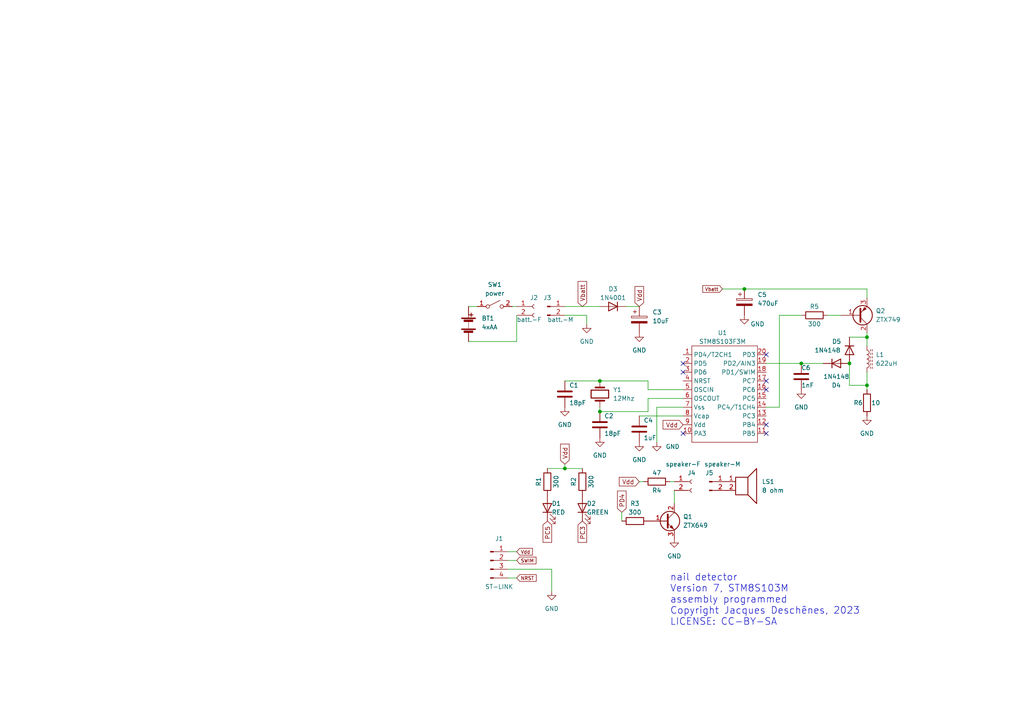
<source format=kicad_sch>
(kicad_sch (version 20211123) (generator eeschema)
  (paper "A4")
  (lib_symbols
    (symbol "Connector:Conn_01x02_Female" (pin_names (offset 1.016) hide)
      (property "Reference" "J" (at 0 2.54 0))
      (property "Value" "Conn_01x02_Female" (at 0 -5.08 0))
      (symbol "Conn_01x02_Female_1_1"
        (arc (start 0 -2.032) (mid -0.508 -2.54) (end 0 -3.048) (stroke (width 0.1524)))
        (polyline (pts (xy -1.27 -2.54) (xy -0.508 -2.54)) (stroke (width 0.1524)))
        (polyline (pts (xy -1.27 0) (xy -0.508 0)) (stroke (width 0.1524)))
        (arc (start 0 0.508) (mid -0.508 0) (end 0 -0.508) (stroke (width 0.1524)))
        (pin passive line (at -5.08 0 0) (length 3.81) (name "Pin_1") (number "1"))
        (pin passive line (at -5.08 -2.54 0) (length 3.81) (name "Pin_2") (number "2"))
      )
    )
    (symbol "Connector:Conn_01x02_Male" (pin_names (offset 1.016) hide)
      (property "Reference" "J" (at 0 2.54 0))
      (property "Value" "Conn_01x02_Male" (at 0 -5.08 0))
      (symbol "Conn_01x02_Male_1_1"
        (polyline (pts (xy 1.27 -2.54) (xy 0.8636 -2.54)) (stroke (width 0.1524)))
        (polyline (pts (xy 1.27 0) (xy 0.8636 0)) (stroke (width 0.1524)))
        (rectangle (start 0.8636 -2.413) (end 0 -2.667) (stroke (width 0.1524)) (fill (type outline)))
        (rectangle (start 0.8636 0.127) (end 0 -0.127) (stroke (width 0.1524)) (fill (type outline)))
        (pin passive line (at 5.08 0 180) (length 3.81) (name "Pin_1") (number "1"))
        (pin passive line (at 5.08 -2.54 180) (length 3.81) (name "Pin_2") (number "2"))
      )
    )
    (symbol "Connector:Conn_01x04_Male" (pin_names (offset 1.016) hide)
      (property "Reference" "J" (at 0 5.08 0))
      (property "Value" "Conn_01x04_Male" (at 0 -7.62 0))
      (symbol "Conn_01x04_Male_1_1"
        (polyline (pts (xy 1.27 -5.08) (xy 0.8636 -5.08)) (stroke (width 0.1524)))
        (polyline (pts (xy 1.27 -2.54) (xy 0.8636 -2.54)) (stroke (width 0.1524)))
        (polyline (pts (xy 1.27 0) (xy 0.8636 0)) (stroke (width 0.1524)))
        (polyline (pts (xy 1.27 2.54) (xy 0.8636 2.54)) (stroke (width 0.1524)))
        (rectangle (start 0.8636 -4.953) (end 0 -5.207) (stroke (width 0.1524)) (fill (type outline)))
        (rectangle (start 0.8636 -2.413) (end 0 -2.667) (stroke (width 0.1524)) (fill (type outline)))
        (rectangle (start 0.8636 0.127) (end 0 -0.127) (stroke (width 0.1524)) (fill (type outline)))
        (rectangle (start 0.8636 2.667) (end 0 2.413) (stroke (width 0.1524)) (fill (type outline)))
        (pin passive line (at 5.08 2.54 180) (length 3.81) (name "Pin_1") (number "1"))
        (pin passive line (at 5.08 0 180) (length 3.81) (name "Pin_2") (number "2"))
        (pin passive line (at 5.08 -2.54 180) (length 3.81) (name "Pin_3") (number "3"))
        (pin passive line (at 5.08 -5.08 180) (length 3.81) (name "Pin_4") (number "4"))
      )
    )
    (symbol "Device:Battery" (pin_numbers hide) (pin_names (offset 0) hide)
      (property "Reference" "BT" (at 2.54 2.54 0))
      (property "Value" "Battery" (at 2.54 0 0))
      (symbol "Battery_0_1"
        (rectangle (start -2.032 -1.397) (end 2.032 -1.651) (fill (type outline)))
        (rectangle (start -2.032 1.778) (end 2.032 1.524) (fill (type outline)))
        (rectangle (start -1.3208 -1.9812) (end 1.27 -2.4892) (fill (type outline)))
        (rectangle (start -1.3208 1.1938) (end 1.27 0.6858) (fill (type outline)))
        (polyline (pts (xy 0 -1.524) (xy 0 -1.27)))
        (polyline (pts (xy 0 -1.016) (xy 0 -0.762)))
        (polyline (pts (xy 0 -0.508) (xy 0 -0.254)))
        (polyline (pts (xy 0 0) (xy 0 0.254)))
        (polyline (pts (xy 0 0.508) (xy 0 0.762)))
        (polyline (pts (xy 0 1.778) (xy 0 2.54)))
        (polyline (pts (xy 0.254 2.667) (xy 1.27 2.667)) (stroke (width 0.254)))
        (polyline (pts (xy 0.762 3.175) (xy 0.762 2.159)) (stroke (width 0.254)))
      )
      (symbol "Battery_1_1"
        (pin passive line (at 0 5.08 270) (length 2.54) (name "+") (number "1"))
        (pin passive line (at 0 -5.08 90) (length 2.54) (name "-") (number "2"))
      )
    )
    (symbol "Device:C" (pin_numbers hide) (pin_names (offset 0.254))
      (property "Reference" "C" (at 0.635 2.54 0))
      (property "Value" "C" (at 0.635 -2.54 0))
      (symbol "C_0_1"
        (polyline (pts (xy -2.032 -0.762) (xy 2.032 -0.762)) (stroke (width 0.508)))
        (polyline (pts (xy -2.032 0.762) (xy 2.032 0.762)) (stroke (width 0.508)))
      )
      (symbol "C_1_1"
        (pin passive line (at 0 3.81 270) (length 2.794) (name "~") (number "1"))
        (pin passive line (at 0 -3.81 90) (length 2.794) (name "~") (number "2"))
      )
    )
    (symbol "Device:C_Polarized" (pin_numbers hide) (pin_names (offset 0.254))
      (property "Reference" "C" (at 0.635 2.54 0))
      (property "Value" "C_Polarized" (at 0.635 -2.54 0))
      (symbol "C_Polarized_0_1"
        (rectangle (start -2.286 0.508) (end 2.286 1.016))
        (polyline (pts (xy -1.778 2.286) (xy -0.762 2.286)))
        (polyline (pts (xy -1.27 2.794) (xy -1.27 1.778)))
        (rectangle (start 2.286 -0.508) (end -2.286 -1.016) (fill (type outline)))
      )
      (symbol "C_Polarized_1_1"
        (pin passive line (at 0 3.81 270) (length 2.794) (name "~") (number "1"))
        (pin passive line (at 0 -3.81 90) (length 2.794) (name "~") (number "2"))
      )
    )
    (symbol "Device:Crystal" (pin_numbers hide) (pin_names (offset 1.016) hide)
      (property "Reference" "Y" (at 0 3.81 0))
      (property "Value" "Crystal" (at 0 -3.81 0))
      (symbol "Crystal_0_1"
        (rectangle (start -1.143 2.54) (end 1.143 -2.54) (stroke (width 0.3048)))
        (polyline (pts (xy -2.54 0) (xy -1.905 0)))
        (polyline (pts (xy -1.905 -1.27) (xy -1.905 1.27)) (stroke (width 0.508)))
        (polyline (pts (xy 1.905 -1.27) (xy 1.905 1.27)) (stroke (width 0.508)))
        (polyline (pts (xy 2.54 0) (xy 1.905 0)))
      )
      (symbol "Crystal_1_1"
        (pin passive line (at -3.81 0 0) (length 1.27) (name "1") (number "1"))
        (pin passive line (at 3.81 0 180) (length 1.27) (name "2") (number "2"))
      )
    )
    (symbol "Device:LED" (pin_numbers hide) (pin_names (offset 1.016) hide)
      (property "Reference" "D" (at 0 2.54 0))
      (property "Value" "LED" (at 0 -2.54 0))
      (symbol "LED_0_1"
        (polyline (pts (xy -1.27 -1.27) (xy -1.27 1.27)) (stroke (width 0.254)))
        (polyline (pts (xy -1.27 0) (xy 1.27 0)))
        (polyline (pts (xy 1.27 -1.27) (xy 1.27 1.27) (xy -1.27 0) (xy 1.27 -1.27)) (stroke (width 0.254)))
        (polyline (pts (xy -3.048 -0.762) (xy -4.572 -2.286) (xy -3.81 -2.286) (xy -4.572 -2.286) (xy -4.572 -1.524)))
        (polyline (pts (xy -1.778 -0.762) (xy -3.302 -2.286) (xy -2.54 -2.286) (xy -3.302 -2.286) (xy -3.302 -1.524)))
      )
      (symbol "LED_1_1"
        (pin passive line (at -3.81 0 0) (length 2.54) (name "K") (number "1"))
        (pin passive line (at 3.81 0 180) (length 2.54) (name "A") (number "2"))
      )
    )
    (symbol "Device:L_Ferrite" (pin_numbers hide) (pin_names (offset 1.016) hide)
      (property "Reference" "L" (at -1.27 0 90))
      (property "Value" "L_Ferrite" (at 2.794 0 90))
      (symbol "L_Ferrite_0_1"
        (arc (start 0 -2.54) (mid 0.635 -1.905) (end 0 -1.27))
        (arc (start 0 -1.27) (mid 0.635 -0.635) (end 0 0))
        (polyline (pts (xy 1.016 -2.794) (xy 1.016 -2.286)))
        (polyline (pts (xy 1.016 -1.778) (xy 1.016 -1.27)))
        (polyline (pts (xy 1.016 -0.762) (xy 1.016 -0.254)))
        (polyline (pts (xy 1.016 0.254) (xy 1.016 0.762)))
        (polyline (pts (xy 1.016 1.27) (xy 1.016 1.778)))
        (polyline (pts (xy 1.016 2.286) (xy 1.016 2.794)))
        (polyline (pts (xy 1.524 -2.286) (xy 1.524 -2.794)))
        (polyline (pts (xy 1.524 -1.27) (xy 1.524 -1.778)))
        (polyline (pts (xy 1.524 -0.254) (xy 1.524 -0.762)))
        (polyline (pts (xy 1.524 0.762) (xy 1.524 0.254)))
        (polyline (pts (xy 1.524 1.778) (xy 1.524 1.27)))
        (polyline (pts (xy 1.524 2.794) (xy 1.524 2.286)))
        (arc (start 0 0) (mid 0.635 0.635) (end 0 1.27))
        (arc (start 0 1.27) (mid 0.635 1.905) (end 0 2.54))
      )
      (symbol "L_Ferrite_1_1"
        (pin passive line (at 0 3.81 270) (length 1.27) (name "1") (number "1"))
        (pin passive line (at 0 -3.81 90) (length 1.27) (name "2") (number "2"))
      )
    )
    (symbol "Device:Q_NPN_BCE" (pin_names (offset 0) hide)
      (property "Reference" "Q" (at 5.08 1.27 0))
      (property "Value" "Q_NPN_BCE" (at 5.08 -1.27 0))
      (symbol "Q_NPN_BCE_0_1"
        (polyline (pts (xy 0.635 0.635) (xy 2.54 2.54)))
        (polyline (pts (xy 0.635 -0.635) (xy 2.54 -2.54) (xy 2.54 -2.54)))
        (polyline (pts (xy 0.635 1.905) (xy 0.635 -1.905) (xy 0.635 -1.905)) (stroke (width 0.508)))
        (polyline (pts (xy 1.27 -1.778) (xy 1.778 -1.27) (xy 2.286 -2.286) (xy 1.27 -1.778) (xy 1.27 -1.778)) (fill (type outline)))
        (circle (center 1.27 0) (radius 2.8194) (stroke (width 0.254)))
      )
      (symbol "Q_NPN_BCE_1_1"
        (pin input line (at -5.08 0 0) (length 5.715) (name "B") (number "1"))
        (pin passive line (at 2.54 5.08 270) (length 2.54) (name "C") (number "2"))
        (pin passive line (at 2.54 -5.08 90) (length 2.54) (name "E") (number "3"))
      )
    )
    (symbol "Device:Q_PNP_BCE" (pin_names (offset 0) hide)
      (property "Reference" "Q" (at 5.08 1.27 0))
      (property "Value" "Q_PNP_BCE" (at 5.08 -1.27 0))
      (symbol "Q_PNP_BCE_0_1"
        (polyline (pts (xy 0.635 0.635) (xy 2.54 2.54)))
        (polyline (pts (xy 0.635 -0.635) (xy 2.54 -2.54) (xy 2.54 -2.54)))
        (polyline (pts (xy 0.635 1.905) (xy 0.635 -1.905) (xy 0.635 -1.905)) (stroke (width 0.508)))
        (polyline (pts (xy 2.286 -1.778) (xy 1.778 -2.286) (xy 1.27 -1.27) (xy 2.286 -1.778) (xy 2.286 -1.778)) (fill (type outline)))
        (circle (center 1.27 0) (radius 2.8194) (stroke (width 0.254)))
      )
      (symbol "Q_PNP_BCE_1_1"
        (pin input line (at -5.08 0 0) (length 5.715) (name "B") (number "1"))
        (pin passive line (at 2.54 5.08 270) (length 2.54) (name "C") (number "2"))
        (pin passive line (at 2.54 -5.08 90) (length 2.54) (name "E") (number "3"))
      )
    )
    (symbol "Device:R" (pin_numbers hide) (pin_names (offset 0))
      (property "Reference" "R" (at 2.032 0 90))
      (property "Value" "R" (at 0 0 90))
      (symbol "R_0_1"
        (rectangle (start -1.016 -2.54) (end 1.016 2.54) (stroke (width 0.254)))
      )
      (symbol "R_1_1"
        (pin passive line (at 0 3.81 270) (length 1.27) (name "~") (number "1"))
        (pin passive line (at 0 -3.81 90) (length 1.27) (name "~") (number "2"))
      )
    )
    (symbol "Device:Speaker" (pin_names (offset 0) hide)
      (property "Reference" "LS" (at 1.27 5.715 0))
      (property "Value" "Speaker" (at 1.27 3.81 0))
      (symbol "Speaker_0_0"
        (rectangle (start -2.54 1.27) (end 1.016 -3.81) (stroke (width 0.254)))
        (polyline (pts (xy 1.016 1.27) (xy 3.556 3.81) (xy 3.556 -6.35) (xy 1.016 -3.81)) (stroke (width 0.254)))
      )
      (symbol "Speaker_1_1"
        (pin input line (at -5.08 0 0) (length 2.54) (name "1") (number "1"))
        (pin input line (at -5.08 -2.54 0) (length 2.54) (name "2") (number "2"))
      )
    )
    (symbol "Diode:1N4001" (pin_numbers hide) (pin_names (offset 1.016) hide)
      (property "Reference" "D" (at 0 2.54 0))
      (property "Value" "1N4001" (at 0 -2.54 0))
      (symbol "1N4001_0_1"
        (polyline (pts (xy -1.27 1.27) (xy -1.27 -1.27)) (stroke (width 0.254)))
        (polyline (pts (xy 1.27 0) (xy -1.27 0)))
        (polyline (pts (xy 1.27 1.27) (xy 1.27 -1.27) (xy -1.27 0) (xy 1.27 1.27)) (stroke (width 0.254)))
      )
      (symbol "1N4001_1_1"
        (pin passive line (at -3.81 0 0) (length 2.54) (name "K") (number "1"))
        (pin passive line (at 3.81 0 180) (length 2.54) (name "A") (number "2"))
      )
    )
    (symbol "Diode:1N4148" (pin_numbers hide) (pin_names (offset 1.016) hide)
      (property "Reference" "D" (at 0 2.54 0))
      (property "Value" "1N4148" (at 0 -2.54 0))
      (symbol "1N4148_0_1"
        (polyline (pts (xy -1.27 1.27) (xy -1.27 -1.27)) (stroke (width 0.254)))
        (polyline (pts (xy 1.27 0) (xy -1.27 0)))
        (polyline (pts (xy 1.27 1.27) (xy 1.27 -1.27) (xy -1.27 0) (xy 1.27 1.27)) (stroke (width 0.254)))
      )
      (symbol "1N4148_1_1"
        (pin passive line (at -3.81 0 0) (length 2.54) (name "K") (number "1"))
        (pin passive line (at 3.81 0 180) (length 2.54) (name "A") (number "2"))
      )
    )
    (symbol "MCU_ST_STM8:STM8S103F3M"
      (property "Reference" "U2" (at -0.635 17.78 0))
      (property "Value" "STM8S103F3M" (at -0.635 15.24 0))
      (symbol "STM8S103F3M_0_1"
        (rectangle (start -10.16 12.7) (end 8.89 -15.24))
      )
      (symbol "STM8S103F3M_1_1"
        (pin bidirectional line (at -12.7 10.16 0) (length 2.54) (name "PD4/T2CH1") (number "1"))
        (pin bidirectional line (at -12.7 -12.7 0) (length 2.54) (name "PA3") (number "10"))
        (pin bidirectional line (at 11.43 -12.7 180) (length 2.54) (name "PB5") (number "11"))
        (pin bidirectional line (at 11.43 -10.16 180) (length 2.54) (name "PB4") (number "12"))
        (pin bidirectional line (at 11.43 -7.62 180) (length 2.54) (name "PC3") (number "13"))
        (pin bidirectional line (at 11.43 -5.08 180) (length 2.54) (name "PC4/T1CH4") (number "14"))
        (pin bidirectional line (at 11.43 -2.54 180) (length 2.54) (name "PC5") (number "15"))
        (pin bidirectional line (at 11.43 0 180) (length 2.54) (name "PC6") (number "16"))
        (pin bidirectional line (at 11.43 2.54 180) (length 2.54) (name "PC7") (number "17"))
        (pin bidirectional line (at 11.43 5.08 180) (length 2.54) (name "PD1/SWIM") (number "18"))
        (pin bidirectional line (at 11.43 7.62 180) (length 2.54) (name "PD2/AIN3") (number "19"))
        (pin bidirectional line (at -12.7 7.62 0) (length 2.54) (name "PD5") (number "2"))
        (pin bidirectional line (at 11.43 10.16 180) (length 2.54) (name "PD3") (number "20"))
        (pin bidirectional line (at -12.7 5.08 0) (length 2.54) (name "PD6") (number "3"))
        (pin bidirectional line (at -12.7 2.54 0) (length 2.54) (name "NRST") (number "4"))
        (pin bidirectional line (at -12.7 0 0) (length 2.54) (name "OSCIN") (number "5"))
        (pin bidirectional line (at -12.7 -2.54 0) (length 2.54) (name "OSCOUT") (number "6"))
        (pin power_in line (at -12.7 -5.08 0) (length 2.54) (name "Vss") (number "7"))
        (pin passive line (at -12.7 -7.62 0) (length 2.54) (name "Vcap") (number "8"))
        (pin power_in line (at -12.7 -10.16 0) (length 2.54) (name "Vdd") (number "9"))
      )
    )
    (symbol "Switch:SW_SPST" (pin_names (offset 0) hide)
      (property "Reference" "SW" (at 0 3.175 0))
      (property "Value" "SW_SPST" (at 0 -2.54 0))
      (symbol "SW_SPST_0_0"
        (circle (center -2.032 0) (radius 0.508))
        (polyline (pts (xy -1.524 0.254) (xy 1.524 1.778)))
        (circle (center 2.032 0) (radius 0.508))
      )
      (symbol "SW_SPST_1_1"
        (pin passive line (at -5.08 0 0) (length 2.54) (name "A") (number "1"))
        (pin passive line (at 5.08 0 180) (length 2.54) (name "B") (number "2"))
      )
    )
    (symbol "power:GND" (power) (pin_names (offset 0))
      (property "Value" "GND" (at 0 -3.81 0))
      (symbol "GND_0_1"
        (polyline (pts (xy 0 0) (xy 0 -1.27) (xy 1.27 -1.27) (xy 0 -2.54) (xy -1.27 -1.27) (xy 0 -1.27)))
      )
      (symbol "GND_1_1"
        (pin power_in line (at 0 0 270) (length 0) hide (name "GND") (number "1"))
      )
    )
  )
  (junction (at 251.46 111.76))
  (junction (at 251.46 97.79))
  (junction (at 246.38 105.41))
  (junction (at 215.9 83.82))
  (junction (at 173.99 110.49))
  (junction (at 173.99 119.38))
  (junction (at 232.41 105.41))
  (junction (at 163.83 135.89))
  (no_connect (at 198.12 125.73))
  (no_connect (at 222.25 123.19))
  (no_connect (at 198.12 107.95))
  (no_connect (at 222.25 113.03))
  (no_connect (at 222.25 125.73))
  (no_connect (at 222.25 110.49))
  (no_connect (at 198.12 105.41))
  (no_connect (at 222.25 102.87))
  (wire (pts (xy 185.42 120.65) (xy 198.12 120.65)))
  (wire (pts (xy 190.5 118.11) (xy 198.12 118.11)))
  (wire (pts (xy 147.32 160.02) (xy 149.86 160.02)))
  (wire (pts (xy 251.46 83.82) (xy 251.46 86.36)))
  (wire (pts (xy 163.83 91.44) (xy 170.18 91.44)))
  (wire (pts (xy 148.59 88.9) (xy 149.86 88.9)))
  (wire (pts (xy 190.5 118.11) (xy 190.5 128.27)))
  (wire (pts (xy 149.86 99.06) (xy 149.86 91.44)))
  (wire (pts (xy 251.46 97.79) (xy 251.46 100.33)))
  (wire (pts (xy 158.75 135.89) (xy 163.83 135.89)))
  (wire (pts (xy 163.83 88.9) (xy 173.99 88.9)))
  (wire (pts (xy 173.99 119.38) (xy 187.96 119.38)))
  (wire (pts (xy 251.46 107.95) (xy 251.46 111.76)))
  (wire (pts (xy 209.55 83.82) (xy 215.9 83.82)))
  (wire (pts (xy 187.96 115.57) (xy 198.12 115.57)))
  (wire (pts (xy 160.02 165.1) (xy 160.02 171.45)))
  (wire (pts (xy 187.96 119.38) (xy 187.96 115.57)))
  (wire (pts (xy 170.18 91.44) (xy 170.18 93.98)))
  (wire (pts (xy 222.25 105.41) (xy 232.41 105.41)))
  (wire (pts (xy 251.46 113.03) (xy 251.46 111.76)))
  (wire (pts (xy 194.31 139.7) (xy 195.58 139.7)))
  (wire (pts (xy 173.99 118.11) (xy 173.99 119.38)))
  (wire (pts (xy 240.03 91.44) (xy 243.84 91.44)))
  (wire (pts (xy 232.41 91.44) (xy 226.06 91.44)))
  (wire (pts (xy 251.46 96.52) (xy 251.46 97.79)))
  (wire (pts (xy 135.89 88.9) (xy 138.43 88.9)))
  (wire (pts (xy 173.99 110.49) (xy 187.96 110.49)))
  (wire (pts (xy 181.61 88.9) (xy 185.42 88.9)))
  (wire (pts (xy 226.06 91.44) (xy 226.06 118.11)))
  (wire (pts (xy 163.83 110.49) (xy 173.99 110.49)))
  (wire (pts (xy 251.46 111.76) (xy 246.38 111.76)))
  (wire (pts (xy 163.83 135.89) (xy 168.91 135.89)))
  (wire (pts (xy 246.38 97.79) (xy 251.46 97.79)))
  (wire (pts (xy 180.34 148.59) (xy 180.34 151.13)))
  (wire (pts (xy 232.41 105.41) (xy 238.76 105.41)))
  (wire (pts (xy 147.32 162.56) (xy 149.86 162.56)))
  (wire (pts (xy 147.32 165.1) (xy 160.02 165.1)))
  (wire (pts (xy 135.89 99.06) (xy 149.86 99.06)))
  (wire (pts (xy 246.38 111.76) (xy 246.38 105.41)))
  (wire (pts (xy 215.9 83.82) (xy 251.46 83.82)))
  (wire (pts (xy 187.96 113.03) (xy 198.12 113.03)))
  (wire (pts (xy 185.42 139.7) (xy 186.69 139.7)))
  (wire (pts (xy 147.32 167.64) (xy 149.86 167.64)))
  (wire (pts (xy 226.06 118.11) (xy 222.25 118.11)))
  (wire (pts (xy 163.83 135.89) (xy 163.83 134.62)))
  (wire (pts (xy 187.96 110.49) (xy 187.96 113.03)))
  (wire (pts (xy 195.58 142.24) (xy 195.58 146.05)))
  (text "nail detector\nVersion 7, STM8S103M \nassembly programmed \nCopyright Jacques Deschênes, 2023 \nLICENSE: CC-BY-SA " (at 194.31 181.61 0) (effects (font (size 2 2)) (justify left bottom)))
  (global_label "PC5" (shape input) (at 158.75 151.13 270) (property "Références Inter-Feuilles" "${INTERSHEET_REFS}" (effects hide)))
  (global_label "Vdd" (shape input) (at 185.42 139.7 180) (property "Références Inter-Feuilles" "${INTERSHEET_REFS}" (effects hide)))
  (global_label "Vdd" (shape input) (at 198.12 123.19 180) (property "Références Inter-Feuilles" "${INTERSHEET_REFS}" (effects hide)))
  (global_label "NRST" (shape input) (at 149.86 167.64 0) (effects (font (size 1 1))) (property "Références Inter-Feuilles" "${INTERSHEET_REFS}" (effects hide)))
  (global_label "Vbatt" (shape input) (at 209.55 83.82 180) (effects (font (size 1 1))) (property "Références Inter-Feuilles" "${INTERSHEET_REFS}" (effects hide)))
  (global_label "SWIM" (shape input) (at 149.86 162.56 0) (effects (font (size 1 1))) (property "Références Inter-Feuilles" "${INTERSHEET_REFS}" (effects hide)))
  (global_label "Vdd" (shape input) (at 185.42 88.9 90) (property "Références Inter-Feuilles" "${INTERSHEET_REFS}" (effects hide)))
  (global_label "PC3" (shape input) (at 168.91 151.13 270) (property "Références Inter-Feuilles" "${INTERSHEET_REFS}" (effects hide)))
  (global_label "PD4" (shape input) (at 180.34 148.59 90) (property "Références Inter-Feuilles" "${INTERSHEET_REFS}" (effects hide)))
  (global_label "Vdd" (shape input) (at 149.86 160.02 0) (effects (font (size 1 1))) (property "Références Inter-Feuilles" "${INTERSHEET_REFS}" (effects hide)))
  (global_label "Vbatt" (shape input) (at 168.91 88.9 90) (property "Références Inter-Feuilles" "${INTERSHEET_REFS}" (effects hide)))
  (global_label "Vdd" (shape input) (at 163.83 134.62 90) (property "Références Inter-Feuilles" "${INTERSHEET_REFS}" (effects hide)))
  (symbol (lib_id "power:GND") (at 195.58 156.21 0) (unit 1)
    (property "Reference" "#PWR08" (effects hide))
    (property "Value" "GND" (at 195.58 161.29 0))
  )
  (symbol (lib_id "Device:R") (at 190.5 139.7 90) (unit 1)
    (property "Reference" "R4" (at 190.5 142.24 90))
    (property "Value" "47" (at 190.5 137.16 90))
  )
  (symbol (lib_id "Device:C") (at 185.42 124.46 0) (unit 1)
    (property "Reference" "C4" (at 186.69 121.92 0) (effects (justify left)))
    (property "Value" "1uF" (at 186.69 127 0) (effects (justify left)))
  )
  (symbol (lib_id "power:GND") (at 170.18 93.98 0) (unit 1)
    (property "Reference" "#PWR03" (effects hide))
    (property "Value" "GND" (at 170.18 99.06 0))
  )
  (symbol (lib_id "Device:R") (at 184.15 151.13 90) (unit 1)
    (property "Reference" "R3" (at 184.15 146.05 90))
    (property "Value" "300" (at 184.15 148.59 90))
  )
  (symbol (lib_id "Connector:Conn_01x02_Female") (at 154.94 88.9 0) (unit 1)
    (property "Reference" "J2" (at 153.67 86.36 0) (effects (justify left)))
    (property "Value" "batt.-F" (at 149.86 92.71 0) (effects (justify left)))
  )
  (symbol (lib_id "power:GND") (at 185.42 96.52 0) (unit 1)
    (property "Reference" "#PWR05" (effects hide))
    (property "Value" "GND" (at 185.42 101.6 0))
  )
  (symbol (lib_id "Device:C") (at 163.83 114.3 0) (unit 1)
    (property "Reference" "C1" (at 165.1 111.76 0) (effects (justify left)))
    (property "Value" "18pF" (at 165.1 116.84 0) (effects (justify left)))
  )
  (symbol (lib_id "Device:C") (at 173.99 123.19 0) (unit 1)
    (property "Reference" "C2" (at 175.26 120.65 0) (effects (justify left)))
    (property "Value" "18pF" (at 175.26 125.73 0) (effects (justify left)))
  )
  (symbol (lib_id "Connector:Conn_01x02_Female") (at 200.66 139.7 0) (unit 1)
    (property "Reference" "J4" (at 199.39 137.16 0) (effects (justify left)))
    (property "Value" "speaker-F" (at 193.04 134.62 0) (effects (justify left)))
  )
  (symbol (lib_id "Device:R") (at 251.46 116.84 180) (unit 1)
    (property "Reference" "R6" (at 248.92 116.84 0))
    (property "Value" "10" (at 254 116.84 0))
  )
  (symbol (lib_id "Connector:Conn_01x02_Male") (at 158.75 88.9 0) (unit 1)
    (property "Reference" "J3" (at 158.75 86.36 0))
    (property "Value" "batt.-M" (at 162.56 92.71 0))
  )
  (symbol (lib_id "power:GND") (at 251.46 120.65 0) (unit 1)
    (property "Reference" "#PWR011" (effects hide))
    (property "Value" "GND" (at 251.46 125.73 0))
  )
  (symbol (lib_id "Device:LED") (at 158.75 147.32 90) (unit 1)
    (property "Reference" "D1" (at 160.02 146.05 90) (effects (justify right)))
    (property "Value" "RED" (at 160.02 148.59 90) (effects (justify right)))
  )
  (symbol (lib_id "power:GND") (at 160.02 171.45 0) (unit 1)
    (property "Reference" "#PWR01" (effects hide))
    (property "Value" "GND" (at 160.02 176.53 0))
  )
  (symbol (lib_id "Device:R") (at 158.75 139.7 180) (unit 1)
    (property "Reference" "R1" (at 156.21 139.7 90))
    (property "Value" "300" (at 161.29 139.7 90))
  )
  (symbol (lib_id "Device:Crystal") (at 173.99 114.3 90) (unit 1)
    (property "Reference" "Y1" (at 177.8 113.0299 90) (effects (justify right)))
    (property "Value" "12Mhz" (at 177.8 115.5699 90) (effects (justify right)))
  )
  (symbol (lib_id "MCU_ST_STM8:STM8S103F3M") (at 210.82 113.03 0) (unit 1)
    (property "Reference" "U1" (at 209.55 96.52 0))
    (property "Value" "STM8S103F3M" (at 209.55 99.06 0))
  )
  (symbol (lib_id "Switch:SW_SPST") (at 143.51 88.9 0) (unit 1)
    (property "Reference" "SW1" (at 143.51 82.55 0))
    (property "Value" "power" (at 143.51 85.09 0))
  )
  (symbol (lib_id "Connector:Conn_01x02_Male") (at 205.74 139.7 0) (unit 1)
    (property "Reference" "J5" (at 205.74 137.16 0))
    (property "Value" "speaker-M" (at 209.55 134.62 0))
  )
  (symbol (lib_id "power:GND") (at 232.41 113.03 0) (unit 1)
    (property "Reference" "#PWR010" (effects hide))
    (property "Value" "GND" (at 232.41 118.11 0))
  )
  (symbol (lib_id "power:GND") (at 173.99 127 0) (unit 1)
    (property "Reference" "#PWR04" (effects hide))
    (property "Value" "GND" (at 173.99 132.08 0))
  )
  (symbol (lib_id "Device:C_Polarized") (at 215.9 87.63 0) (unit 1)
    (property "Reference" "C5" (at 219.71 85.4709 0) (effects (justify left)))
    (property "Value" "470uF" (at 219.71 88.0109 0) (effects (justify left)))
  )
  (symbol (lib_id "Device:C") (at 232.41 109.22 0) (unit 1)
    (property "Reference" "C6" (at 232.41 106.68 0) (effects (justify left)))
    (property "Value" "1nF" (at 232.41 111.76 0) (effects (justify left)))
  )
  (symbol (lib_id "Device:Speaker") (at 215.9 139.7 0) (unit 1)
    (property "Reference" "LS1" (at 220.98 139.6999 0) (effects (justify left)))
    (property "Value" "8 ohm" (at 220.98 142.2399 0) (effects (justify left)))
  )
  (symbol (lib_id "Device:C_Polarized") (at 185.42 92.71 0) (unit 1)
    (property "Reference" "C3" (at 189.23 90.5509 0) (effects (justify left)))
    (property "Value" "10uF" (at 189.23 93.0909 0) (effects (justify left)))
  )
  (symbol (lib_id "power:GND") (at 215.9 91.44 0) (unit 1)
    (property "Reference" "#PWR09" (effects hide))
    (property "Value" "GND" (at 219.71 93.98 0))
  )
  (symbol (lib_id "Device:R") (at 168.91 139.7 180) (unit 1)
    (property "Reference" "R2" (at 166.37 139.7 90))
    (property "Value" "300" (at 171.45 139.7 90))
  )
  (symbol (lib_id "Device:Q_PNP_BCE") (at 248.92 91.44 0) (mirror x) (unit 1)
    (property "Reference" "Q2" (at 254 90.1699 0) (effects (justify left)))
    (property "Value" "ZTX749" (at 254 92.7099 0) (effects (justify left)))
  )
  (symbol (lib_id "power:GND") (at 163.83 118.11 0) (unit 1)
    (property "Reference" "#PWR02" (effects hide))
    (property "Value" "GND" (at 163.83 123.19 0))
  )
  (symbol (lib_id "Device:LED") (at 168.91 147.32 90) (unit 1)
    (property "Reference" "D2" (at 170.18 146.05 90) (effects (justify right)))
    (property "Value" "GREEN" (at 170.18 148.59 90) (effects (justify right)))
  )
  (symbol (lib_id "Diode:1N4001") (at 177.8 88.9 180) (unit 1)
    (property "Reference" "D3" (at 177.8 83.82 0))
    (property "Value" "1N4001" (at 177.8 86.36 0))
    (property "Footprint" "Diode_THT:D_DO-41_SOD81_P10.16mm_Horizontal" (effects hide))
    (property "Datasheet" "http://www.vishay.com/docs/88503/1n4001.pdf" (effects hide))
  )
  (symbol (lib_id "Device:Q_NPN_BCE") (at 193.04 151.13 0) (unit 1)
    (property "Reference" "Q1" (at 198.12 149.8599 0) (effects (justify left)))
    (property "Value" "ZTX649" (at 198.12 152.3999 0) (effects (justify left)))
  )
  (symbol (lib_id "Device:L_Ferrite") (at 251.46 104.14 0) (unit 1)
    (property "Reference" "L1" (at 254 102.8699 0) (effects (justify left)))
    (property "Value" "622uH" (at 254 105.4099 0) (effects (justify left)))
  )
  (symbol (lib_id "Connector:Conn_01x04_Male") (at 142.24 162.56 0) (unit 1)
    (property "Reference" "J1" (at 144.78 156.21 0))
    (property "Value" "ST-LINK" (at 144.78 170.18 0))
  )
  (symbol (lib_id "Device:R") (at 236.22 91.44 90) (unit 1)
    (property "Reference" "R5" (at 236.22 88.9 90))
    (property "Value" "300" (at 236.22 93.98 90))
  )
  (symbol (lib_id "Device:Battery") (at 135.89 93.98 0) (unit 1)
    (property "Reference" "BT1" (at 139.7 92.3289 0) (effects (justify left)))
    (property "Value" "4xAA" (at 139.7 94.8689 0) (effects (justify left)))
  )
  (symbol (lib_id "power:GND") (at 190.5 128.27 0) (unit 1)
    (property "Reference" "#PWR07" (effects hide))
    (property "Value" "GND" (at 193.04 129.5399 0) (effects (justify left)))
  )
  (symbol (lib_id "Diode:1N4148") (at 246.38 101.6 270) (unit 1)
    (property "Reference" "D5" (at 241.3 99.06 90) (effects (justify left)))
    (property "Value" "1N4148" (at 236.22 101.6 90) (effects (justify left)))
    (property "Footprint" "Diode_THT:D_DO-35_SOD27_P7.62mm_Horizontal" (effects hide))
    (property "Datasheet" "https://assets.nexperia.com/documents/data-sheet/1N4148_1N4448.pdf" (effects hide))
  )
  (symbol (lib_id "power:GND") (at 185.42 128.27 0) (unit 1)
    (property "Reference" "#PWR06" (effects hide))
    (property "Value" "GND" (at 185.42 133.35 0))
  )
  (symbol (lib_id "Diode:1N4148") (at 242.57 105.41 0) (unit 1)
    (property "Reference" "D4" (at 242.57 111.76 0))
    (property "Value" "1N4148" (at 242.57 109.22 0))
    (property "Footprint" "Diode_THT:D_DO-35_SOD27_P7.62mm_Horizontal" (effects hide))
    (property "Datasheet" "https://assets.nexperia.com/documents/data-sheet/1N4148_1N4448.pdf" (effects hide))
  )
)
</source>
